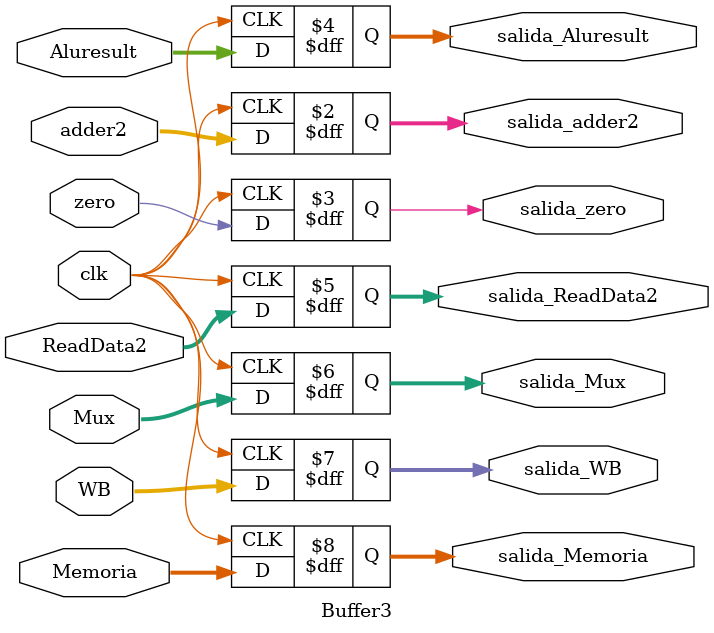
<source format=v>
`timescale 1ns/1ns

module Buffer3(
	input clk,
	input [31:0]adder2,
	input zero,
	input [31:0]Aluresult,
	input [31:0]ReadData2,
	input [4:0]Mux,
	input [1:0]WB,
	input [2:0]Memoria,
	output reg[31:0]salida_adder2,
	output reg salida_zero,
	output reg[31:0] salida_Aluresult,
	output reg[31:0] salida_ReadData2,
	output reg[4:0]salida_Mux,
	output reg[1:0]salida_WB,
	output reg[2:0]salida_Memoria
);

always@(posedge clk)
begin
	salida_adder2 = adder2;
	salida_zero = zero;
	salida_Aluresult = Aluresult;
	salida_ReadData2 = ReadData2;
	salida_Mux = Mux;
	salida_WB = WB;
	salida_Memoria = Memoria;
end
endmodule
</source>
